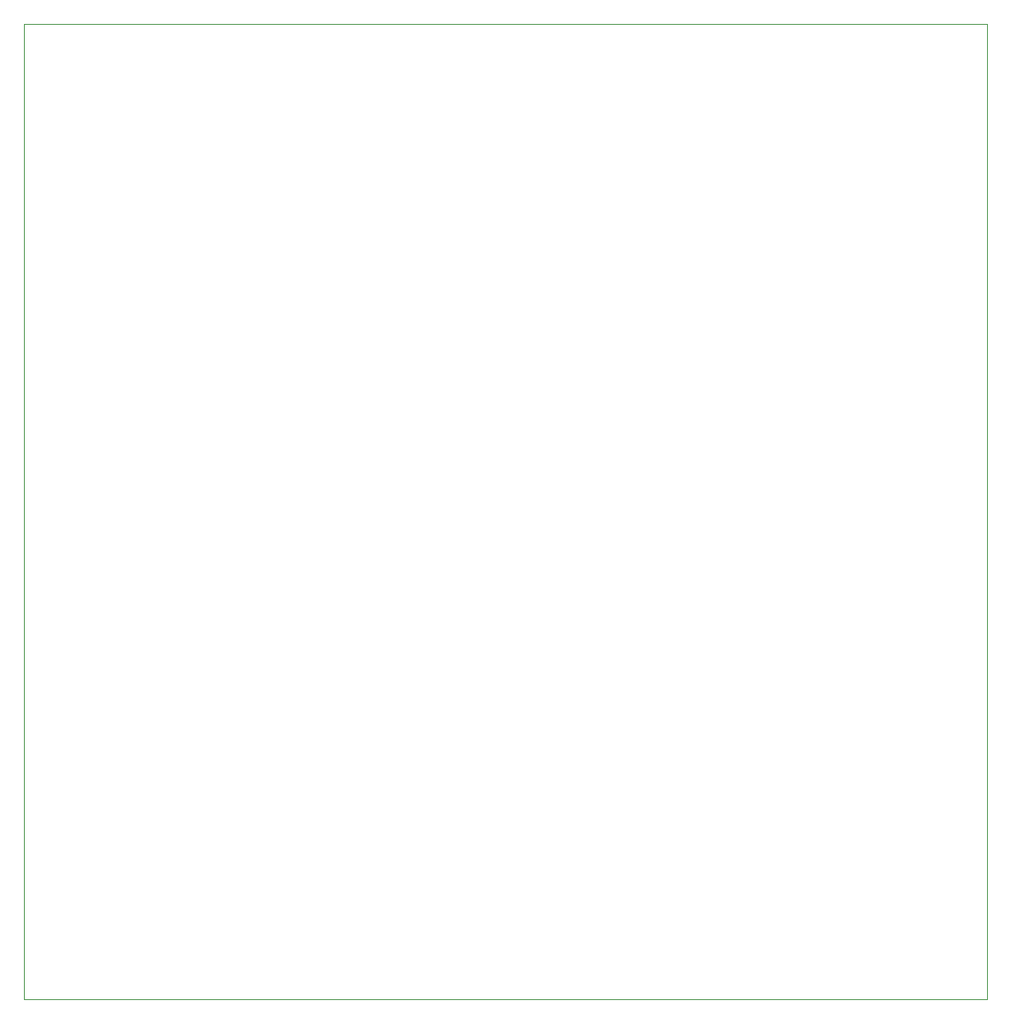
<source format=gbr>
%TF.GenerationSoftware,KiCad,Pcbnew,9.0.0*%
%TF.CreationDate,2025-04-23T17:40:50-07:00*%
%TF.ProjectId,ntscv2,6e747363-7632-42e6-9b69-6361645f7063,rev?*%
%TF.SameCoordinates,Original*%
%TF.FileFunction,Profile,NP*%
%FSLAX46Y46*%
G04 Gerber Fmt 4.6, Leading zero omitted, Abs format (unit mm)*
G04 Created by KiCad (PCBNEW 9.0.0) date 2025-04-23 17:40:50*
%MOMM*%
%LPD*%
G01*
G04 APERTURE LIST*
%TA.AperFunction,Profile*%
%ADD10C,0.050000*%
%TD*%
G04 APERTURE END LIST*
D10*
X107207502Y-23800000D02*
X205900000Y-23800000D01*
X205900000Y-123700000D01*
X107207502Y-123700000D01*
X107207502Y-23800000D01*
M02*

</source>
